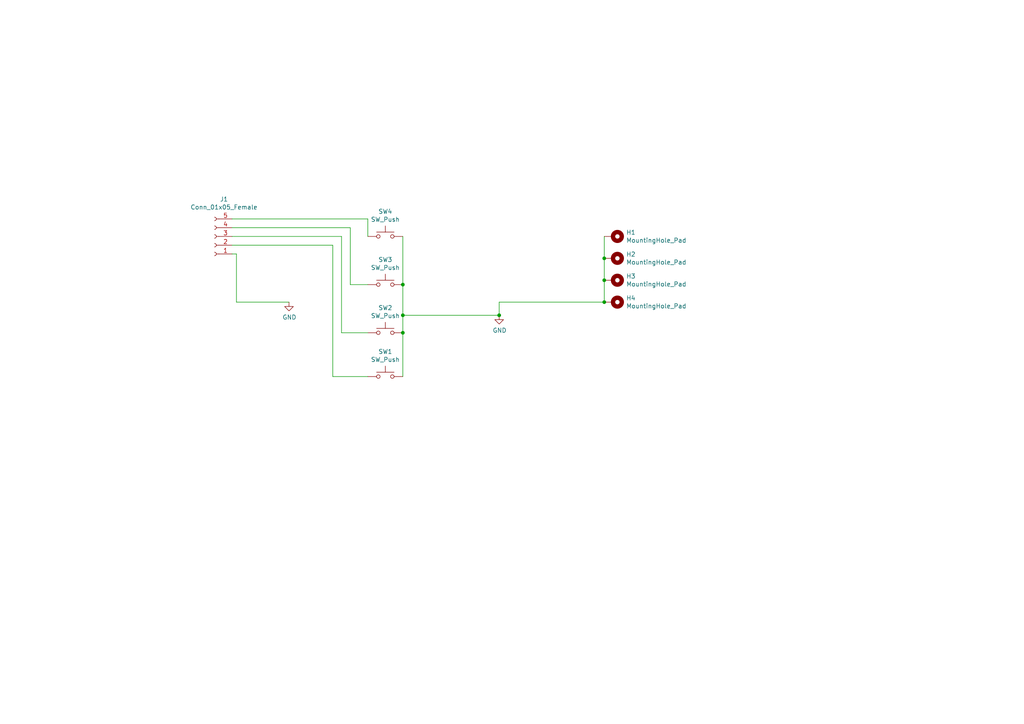
<source format=kicad_sch>
(kicad_sch (version 20211123) (generator eeschema)
  (paper "A4")
  (lib_symbols
    (symbol "Connector:Conn_01x05_Female" (pin_names (offset 1.016) hide)
      (property "Reference" "J" (at 0 7.62 0))
      (property "Value" "Connector_Conn_01x05_Female" (at 0 -7.62 0))
      (symbol "Conn_01x05_Female_1_1"
        (arc (start 0 -4.572) (mid -0.508 -5.08) (end 0 -5.588) (stroke (width 0.1524)))
        (arc (start 0 -2.032) (mid -0.508 -2.54) (end 0 -3.048) (stroke (width 0.1524)))
        (polyline (pts (xy -1.27 -5.08) (xy -0.508 -5.08)) (stroke (width 0.1524)))
        (polyline (pts (xy -1.27 -2.54) (xy -0.508 -2.54)) (stroke (width 0.1524)))
        (polyline (pts (xy -1.27 0) (xy -0.508 0)) (stroke (width 0.1524)))
        (polyline (pts (xy -1.27 2.54) (xy -0.508 2.54)) (stroke (width 0.1524)))
        (polyline (pts (xy -1.27 5.08) (xy -0.508 5.08)) (stroke (width 0.1524)))
        (arc (start 0 0.508) (mid -0.508 0) (end 0 -0.508) (stroke (width 0.1524)))
        (arc (start 0 3.048) (mid -0.508 2.54) (end 0 2.032) (stroke (width 0.1524)))
        (arc (start 0 5.588) (mid -0.508 5.08) (end 0 4.572) (stroke (width 0.1524)))
        (pin passive line (at -5.08 5.08 0) (length 3.81) (name "Pin_1") (number "1"))
        (pin passive line (at -5.08 2.54 0) (length 3.81) (name "Pin_2") (number "2"))
        (pin passive line (at -5.08 0 0) (length 3.81) (name "Pin_3") (number "3"))
        (pin passive line (at -5.08 -2.54 0) (length 3.81) (name "Pin_4") (number "4"))
        (pin passive line (at -5.08 -5.08 0) (length 3.81) (name "Pin_5") (number "5"))
      )
    )
    (symbol "Mechanical:MountingHole_Pad" (pin_numbers hide) (pin_names (offset 1.016) hide)
      (property "Reference" "H" (at 0 6.35 0))
      (property "Value" "Mechanical_MountingHole_Pad" (at 0 4.445 0))
      (symbol "MountingHole_Pad_0_1"
        (circle (center 0 1.27) (radius 1.27) (stroke (width 1.27)))
      )
      (symbol "MountingHole_Pad_1_1"
        (pin input line (at 0 -2.54 90) (length 2.54) (name "1") (number "1"))
      )
    )
    (symbol "Switch:SW_Push" (pin_numbers hide) (pin_names (offset 1.016) hide)
      (property "Reference" "SW" (at 1.27 2.54 0))
      (property "Value" "Switch_SW_Push" (at 0 -1.524 0))
      (symbol "SW_Push_0_1"
        (circle (center -2.032 0) (radius 0.508))
        (polyline (pts (xy 0 1.27) (xy 0 3.048)))
        (polyline (pts (xy 2.54 1.27) (xy -2.54 1.27)))
        (circle (center 2.032 0) (radius 0.508))
        (pin passive line (at -5.08 0 0) (length 2.54) (name "1") (number "1"))
        (pin passive line (at 5.08 0 180) (length 2.54) (name "2") (number "2"))
      )
    )
    (symbol "power:GND" (power) (pin_names (offset 0))
      (property "Value" "power_GND" (at 0 -3.81 0))
      (symbol "GND_0_1"
        (polyline (pts (xy 0 0) (xy 0 -1.27) (xy 1.27 -1.27) (xy 0 -2.54) (xy -1.27 -1.27) (xy 0 -1.27)))
      )
      (symbol "GND_1_1"
        (pin power_in line (at 0 0 270) (length 0) hide (name "GND") (number "1"))
      )
    )
  )
  (junction (at 175.26 74.93))
  (junction (at 116.84 82.55))
  (junction (at 175.26 87.63))
  (junction (at 116.84 91.44))
  (junction (at 116.84 96.52))
  (junction (at 175.26 81.28))
  (junction (at 144.78 91.44))
  (wire (pts (xy 68.58 87.63) (xy 68.58 73.66)))
  (wire (pts (xy 175.26 81.28) (xy 175.26 87.63)))
  (wire (pts (xy 116.84 91.44) (xy 144.78 91.44)))
  (wire (pts (xy 101.6 82.55) (xy 106.68 82.55)))
  (wire (pts (xy 67.31 63.5) (xy 106.68 63.5)))
  (wire (pts (xy 116.84 109.22) (xy 116.84 96.52)))
  (wire (pts (xy 99.06 68.58) (xy 99.06 96.52)))
  (wire (pts (xy 96.52 71.12) (xy 96.52 109.22)))
  (wire (pts (xy 83.82 87.63) (xy 68.58 87.63)))
  (wire (pts (xy 116.84 82.55) (xy 116.84 91.44)))
  (wire (pts (xy 175.26 68.58) (xy 175.26 74.93)))
  (wire (pts (xy 67.31 66.04) (xy 101.6 66.04)))
  (wire (pts (xy 144.78 87.63) (xy 144.78 91.44)))
  (wire (pts (xy 68.58 73.66) (xy 67.31 73.66)))
  (wire (pts (xy 96.52 109.22) (xy 106.68 109.22)))
  (wire (pts (xy 67.31 71.12) (xy 96.52 71.12)))
  (wire (pts (xy 106.68 63.5) (xy 106.68 68.58)))
  (wire (pts (xy 116.84 68.58) (xy 116.84 82.55)))
  (wire (pts (xy 175.26 87.63) (xy 144.78 87.63)))
  (wire (pts (xy 67.31 68.58) (xy 99.06 68.58)))
  (wire (pts (xy 101.6 66.04) (xy 101.6 82.55)))
  (wire (pts (xy 175.26 74.93) (xy 175.26 81.28)))
  (wire (pts (xy 116.84 96.52) (xy 116.84 91.44)))
  (wire (pts (xy 99.06 96.52) (xy 106.68 96.52)))
  (symbol (lib_id "Mechanical:MountingHole_Pad") (at 177.8 68.58 270) (unit 1)
    (property "Reference" "H1" (at 181.61 67.4116 90) (effects (justify left)))
    (property "Value" "MountingHole_Pad" (at 181.61 69.723 90) (effects (justify left)))
    (property "Footprint" "MountingHole:MountingHole_2.2mm_M2_Pad_Via" (effects hide))
  )
  (symbol (lib_id "Mechanical:MountingHole_Pad") (at 177.8 74.93 270) (unit 1)
    (property "Reference" "H2" (at 181.61 73.7616 90) (effects (justify left)))
    (property "Value" "MountingHole_Pad" (at 181.61 76.073 90) (effects (justify left)))
    (property "Footprint" "MountingHole:MountingHole_2.2mm_M2_Pad_Via" (effects hide))
  )
  (symbol (lib_id "Mechanical:MountingHole_Pad") (at 177.8 81.28 270) (unit 1)
    (property "Reference" "H3" (at 181.61 80.1116 90) (effects (justify left)))
    (property "Value" "MountingHole_Pad" (at 181.61 82.423 90) (effects (justify left)))
    (property "Footprint" "MountingHole:MountingHole_2.2mm_M2_Pad_Via" (effects hide))
  )
  (symbol (lib_id "Mechanical:MountingHole_Pad") (at 177.8 87.63 270) (unit 1)
    (property "Reference" "H4" (at 181.61 86.4616 90) (effects (justify left)))
    (property "Value" "MountingHole_Pad" (at 181.61 88.773 90) (effects (justify left)))
    (property "Footprint" "MountingHole:MountingHole_2.2mm_M2_Pad_Via" (effects hide))
  )
  (symbol (lib_id "Switch:SW_Push") (at 111.76 68.58 0) (unit 1)
    (property "Reference" "SW4" (at 111.76 61.341 0))
    (property "Value" "SW_Push" (at 111.76 63.6524 0))
    (property "Footprint" "keyswitches:Kailh_socket_MX" (effects hide))
  )
  (symbol (lib_id "Switch:SW_Push") (at 111.76 82.55 0) (unit 1)
    (property "Reference" "SW3" (at 111.76 75.311 0))
    (property "Value" "SW_Push" (at 111.76 77.6224 0))
    (property "Footprint" "keyswitches:Kailh_socket_MX" (effects hide))
  )
  (symbol (lib_id "Switch:SW_Push") (at 111.76 96.52 0) (unit 1)
    (property "Reference" "SW2" (at 111.76 89.281 0))
    (property "Value" "SW_Push" (at 111.76 91.5924 0))
    (property "Footprint" "keyswitches:Kailh_socket_MX" (effects hide))
  )
  (symbol (lib_id "Switch:SW_Push") (at 111.76 109.22 0) (unit 1)
    (property "Reference" "SW1" (at 111.76 101.981 0))
    (property "Value" "SW_Push" (at 111.76 104.2924 0))
    (property "Footprint" "keyswitches:Kailh_socket_MX" (effects hide))
  )
  (symbol (lib_id "Connector:Conn_01x05_Female") (at 62.23 68.58 180) (unit 1)
    (property "Reference" "J1" (at 64.9732 57.785 0))
    (property "Value" "Conn_01x05_Female" (at 64.9732 60.0964 0))
    (property "Footprint" "Connector_PinHeader_2.54mm:PinHeader_1x05_P2.54mm_Vertical" (effects hide))
  )
  (symbol (lib_id "power:GND") (at 144.78 91.44 0) (unit 1)
    (property "Reference" "#PWR0101" (effects hide))
    (property "Value" "GND" (at 144.907 95.8342 0))
  )
  (symbol (lib_id "power:GND") (at 83.82 87.63 0) (unit 1)
    (property "Reference" "#PWR0102" (effects hide))
    (property "Value" "GND" (at 83.947 92.0242 0))
  )
)
</source>
